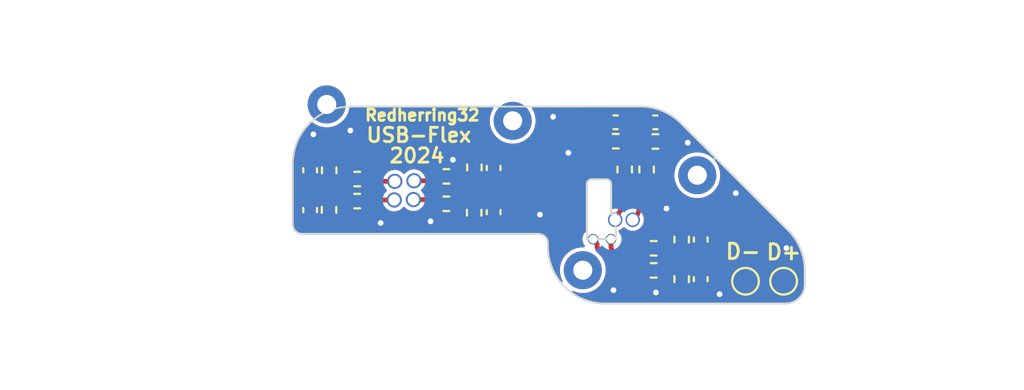
<source format=kicad_pcb>
(kicad_pcb (version 20240225) (generator "pcbnew") (generator_version "8.99")
  (layers (0 "F.Cu" signal) (31 "B.Cu" signal) (34 "B.Paste" user) (35 "F.Paste" user) (36 "B.SilkS" user "B.Silkscreen") (37 "F.SilkS" user "F.Silkscreen") (38 "B.Mask" user) (39 "F.Mask" user) (44 "Edge.Cuts" user))
  (net 0 "")
  (net 1 "/GND")
  (net 2 "/DPO1")
  (net 3 "/DMO1")
  (net 4 "Net-(C3-Pad1)")
  (net 5 "Net-(C4-Pad1)")
  (net 6 "Net-(C5-Pad1)")
  (net 7 "Net-(C6-Pad1)")
  (net 8 "Net-(C7-Pad1)")
  (net 9 "Net-(C8-Pad1)")
  (net 10 "/DPI1")
  (net 11 "/DMI1")
  (net 12 "/DPI2")
  (net 13 "/DMI2")
  (net 14 "/DPI3")
  (net 15 "/DMI3")
  (net 16 "/DPI4")
  (net 17 "/DMI4")
  (footprint "Resistor_SMD:R_0402_1005Metric" (layer "F.Cu") (at 121.2 83.98 90)
    (property "Reference" "R16" (hide yes))
    (property "Value" "15K")
    (fp_line (start -0.153641 -0.38) (end 0.153641 -0.38) (stroke (width 0.12)) (layer "F.SilkS"))
    (fp_line (start -0.153641 0.38) (end 0.153641 0.38) (stroke (width 0.12)) (layer "F.SilkS"))
    (pad "1" smd roundrect (at -0.51 0 90) (size 0.54 0.64) (layers "F.Cu" "F.Paste" "F.Mask") (net 9 "Net-(C8-Pad1)"))
    (pad "2" smd roundrect (at 0.51 0 90) (size 0.54 0.64) (layers "F.Cu" "F.Paste" "F.Mask") (net 1 "/GND"))
  )
  (footprint "Capacitor_SMD:C_0402_1005Metric" (layer "F.Cu") (at 112.58 86.22 -90)
    (property "Reference" "C5" (hide yes))
    (property "Value" "47pF")
    (fp_line (start -0.107836 0.36) (end 0.107836 0.36) (stroke (width 0.12)) (layer "F.SilkS"))
    (fp_line (start -0.107836 -0.36) (end 0.107836 -0.36) (stroke (width 0.12)) (layer "F.SilkS"))
    (pad "1" smd roundrect (at -0.48 0 270) (size 0.56 0.62) (layers "F.Cu" "F.Paste" "F.Mask") (net 6 "Net-(C5-Pad1)"))
    (pad "2" smd roundrect (at 0.48 0 270) (size 0.56 0.62) (layers "F.Cu" "F.Paste" "F.Mask") (net 1 "/GND"))
  )
  (footprint "Resistor_SMD:R_0402_1005Metric" (layer "F.Cu") (at 119.73 84.45)
    (property "Reference" "R15" (hide yes))
    (property "Value" "20R")
    (fp_line (start -0.153641 -0.38) (end 0.153641 -0.38) (stroke (width 0.12)) (layer "F.SilkS"))
    (fp_line (start -0.153641 0.38) (end 0.153641 0.38) (stroke (width 0.12)) (layer "F.SilkS"))
    (pad "1" smd roundrect (at -0.51 0) (size 0.54 0.64) (layers "F.Cu" "F.Paste" "F.Mask") (net 17 "/DMI4"))
    (pad "2" smd roundrect (at 0.51 0) (size 0.54 0.64) (layers "F.Cu" "F.Paste" "F.Mask") (net 9 "Net-(C8-Pad1)"))
  )
  (footprint "Resistor_SMD:R_0402_1005Metric" (layer "F.Cu") (at 130.7 82.615)
    (property "Reference" "R5" (hide yes))
    (property "Value" "15K")
    (fp_line (start -0.153641 -0.38) (end 0.153641 -0.38) (stroke (width 0.12)) (layer "F.SilkS"))
    (fp_line (start -0.153641 0.38) (end 0.153641 0.38) (stroke (width 0.12)) (layer "F.SilkS"))
    (pad "1" smd roundrect (at -0.51 0) (size 0.54 0.64) (layers "F.Cu" "F.Paste" "F.Mask") (net 4 "Net-(C3-Pad1)"))
    (pad "2" smd roundrect (at 0.51 0) (size 0.54 0.64) (layers "F.Cu" "F.Paste" "F.Mask") (net 1 "/GND"))
  )
  (footprint "Capacitor_SMD:C_0402_1005Metric" (layer "F.Cu") (at 122.21 84.01 90)
    (property "Reference" "C8" (hide yes))
    (property "Value" "47pF")
    (fp_line (start -0.107836 -0.36) (end 0.107836 -0.36) (stroke (width 0.12)) (layer "F.SilkS"))
    (fp_line (start -0.107836 0.36) (end 0.107836 0.36) (stroke (width 0.12)) (layer "F.SilkS"))
    (pad "1" smd roundrect (at -0.48 0 90) (size 0.56 0.62) (layers "F.Cu" "F.Paste" "F.Mask") (net 9 "Net-(C8-Pad1)"))
    (pad "2" smd roundrect (at 0.48 0 90) (size 0.56 0.62) (layers "F.Cu" "F.Paste" "F.Mask") (net 1 "/GND"))
  )
  (footprint "Resistor_SMD:R_0402_1005Metric" (layer "F.Cu") (at 113.57 86.21 -90)
    (property "Reference" "R9" (hide yes))
    (property "Value" "15K")
    (fp_line (start -0.153641 0.38) (end 0.153641 0.38) (stroke (width 0.12)) (layer "F.SilkS"))
    (fp_line (start -0.153641 -0.38) (end 0.153641 -0.38) (stroke (width 0.12)) (layer "F.SilkS"))
    (pad "1" smd roundrect (at -0.51 0 270) (size 0.54 0.64) (layers "F.Cu" "F.Paste" "F.Mask") (net 6 "Net-(C5-Pad1)"))
    (pad "2" smd roundrect (at 0.51 0 270) (size 0.54 0.64) (layers "F.Cu" "F.Paste" "F.Mask") (net 1 "/GND"))
  )
  (footprint "Capacitor_SMD:C_0402_1005Metric" (layer "F.Cu") (at 130.7 81.61)
    (property "Reference" "C3" (hide yes))
    (property "Value" "47pF")
    (fp_line (start -0.107836 -0.36) (end 0.107836 -0.36) (stroke (width 0.12)) (layer "F.SilkS"))
    (fp_line (start -0.107836 0.36) (end 0.107836 0.36) (stroke (width 0.12)) (layer "F.SilkS"))
    (pad "1" smd roundrect (at -0.48 0) (size 0.56 0.62) (layers "F.Cu" "F.Paste" "F.Mask") (net 4 "Net-(C3-Pad1)"))
    (pad "2" smd roundrect (at 0.48 0) (size 0.56 0.62) (layers "F.Cu" "F.Paste" "F.Mask") (net 1 "/GND"))
  )
  (footprint "Resistor_SMD:R_0402_1005Metric" (layer "F.Cu") (at 132.08 89.85 -90)
    (property "Reference" "R3" (hide yes))
    (property "Value" "15K")
    (fp_line (start -0.153641 0.38) (end 0.153641 0.38) (stroke (width 0.12)) (layer "F.SilkS"))
    (fp_line (start -0.153641 -0.38) (end 0.153641 -0.38) (stroke (width 0.12)) (layer "F.SilkS"))
    (pad "1" smd roundrect (at -0.51 0 270) (size 0.54 0.64) (layers "F.Cu" "F.Paste" "F.Mask") (net 3 "/DMO1"))
    (pad "2" smd roundrect (at 0.51 0 270) (size 0.54 0.64) (layers "F.Cu" "F.Paste" "F.Mask") (net 1 "/GND"))
  )
  (footprint "TestPoint:TestPoint_Loop_D1.80mm_Drill1.0mm_Beaded" (layer "F.Cu") (at 132.9 84.39)
    (property "Reference" "REF**" (hide yes))
    (property "Value" "TestPoint_Loop_D1.80mm_Drill1.0mm_Beaded")
    (pad "1" thru_hole circle (at 0 0) (size 2 2) (drill 1) (layers "*.Cu" "F.Mask"))
  )
  (footprint "Resistor_SMD:R_0402_1005Metric" (layer "F.Cu") (at 132.08 87.77 90)
    (property "Reference" "R4" (hide yes))
    (property "Value" "15K")
    (fp_line (start -0.153641 -0.38) (end 0.153641 -0.38) (stroke (width 0.12)) (layer "F.SilkS"))
    (fp_line (start -0.153641 0.38) (end 0.153641 0.38) (stroke (width 0.12)) (layer "F.SilkS"))
    (pad "1" smd roundrect (at -0.51 0 90) (size 0.54 0.64) (layers "F.Cu" "F.Paste" "F.Mask") (net 2 "/DPO1"))
    (pad "2" smd roundrect (at 0.51 0 90) (size 0.54 0.64) (layers "F.Cu" "F.Paste" "F.Mask") (net 1 "/GND"))
  )
  (footprint "Capacitor_SMD:C_0402_1005Metric" (layer "F.Cu") (at 112.58 84.13 90)
    (property "Reference" "C6" (hide yes))
    (property "Value" "47pF")
    (fp_line (start -0.107836 -0.36) (end 0.107836 -0.36) (stroke (width 0.12)) (layer "F.SilkS"))
    (fp_line (start -0.107836 0.36) (end 0.107836 0.36) (stroke (width 0.12)) (layer "F.SilkS"))
    (pad "1" smd roundrect (at -0.48 0 90) (size 0.56 0.62) (layers "F.Cu" "F.Paste" "F.Mask") (net 7 "Net-(C6-Pad1)"))
    (pad "2" smd roundrect (at 0.48 0 90) (size 0.56 0.62) (layers "F.Cu" "F.Paste" "F.Mask") (net 1 "/GND"))
  )
  (footprint "Resistor_SMD:R_0402_1005Metric" (layer "F.Cu") (at 115.05 85.75 180)
    (property "Reference" "R10" (hide yes))
    (property "Value" "20R")
    (fp_line (start -0.153641 0.38) (end 0.153641 0.38) (stroke (width 0.12)) (layer "F.SilkS"))
    (fp_line (start -0.153641 -0.38) (end 0.153641 -0.38) (stroke (width 0.12)) (layer "F.SilkS"))
    (pad "1" smd roundrect (at -0.51 0 180) (size 0.54 0.64) (layers "F.Cu" "F.Paste" "F.Mask") (net 14 "/DPI3"))
    (pad "2" smd roundrect (at 0.51 0 180) (size 0.54 0.64) (layers "F.Cu" "F.Paste" "F.Mask") (net 6 "Net-(C5-Pad1)"))
  )
  (footprint "Resistor_SMD:R_0402_1005Metric" (layer "F.Cu") (at 128.62 82.6 180)
    (property "Reference" "R8" (hide yes))
    (property "Value" "15K")
    (fp_line (start -0.153641 0.38) (end 0.153641 0.38) (stroke (width 0.12)) (layer "F.SilkS"))
    (fp_line (start -0.153641 -0.38) (end 0.153641 -0.38) (stroke (width 0.12)) (layer "F.SilkS"))
    (pad "1" smd roundrect (at -0.51 0 180) (size 0.54 0.64) (layers "F.Cu" "F.Paste" "F.Mask") (net 5 "Net-(C4-Pad1)"))
    (pad "2" smd roundrect (at 0.51 0 180) (size 0.54 0.64) (layers "F.Cu" "F.Paste" "F.Mask") (net 1 "/GND"))
  )
  (footprint "Capacitor_SMD:C_0402_1005Metric" (layer "F.Cu") (at 133.08 89.85 -90)
    (property "Reference" "C2" (hide yes))
    (property "Value" "47pF")
    (fp_line (start -0.107836 0.36) (end 0.107836 0.36) (stroke (width 0.12)) (layer "F.SilkS"))
    (fp_line (start -0.107836 -0.36) (end 0.107836 -0.36) (stroke (width 0.12)) (layer "F.SilkS"))
    (pad "1" smd roundrect (at -0.48 0 270) (size 0.56 0.62) (layers "F.Cu" "F.Paste" "F.Mask") (net 3 "/DMO1"))
    (pad "2" smd roundrect (at 0.48 0 270) (size 0.56 0.62) (layers "F.Cu" "F.Paste" "F.Mask") (net 1 "/GND"))
  )
  (footprint "Resistor_SMD:R_0402_1005Metric" (layer "F.Cu") (at 121.19 86.36 -90)
    (property "Reference" "R13" (hide yes))
    (property "Value" "15K")
    (fp_line (start -0.153641 0.38) (end 0.153641 0.38) (stroke (width 0.12)) (layer "F.SilkS"))
    (fp_line (start -0.153641 -0.38) (end 0.153641 -0.38) (stroke (width 0.12)) (layer "F.SilkS"))
    (pad "1" smd roundrect (at -0.51 0 270) (size 0.54 0.64) (layers "F.Cu" "F.Paste" "F.Mask") (net 8 "Net-(C7-Pad1)"))
    (pad "2" smd roundrect (at 0.51 0 270) (size 0.54 0.64) (layers "F.Cu" "F.Paste" "F.Mask") (net 1 "/GND"))
  )
  (footprint "Resistor_SMD:R_0402_1005Metric" (layer "F.Cu") (at 113.58 84.13 90)
    (property "Reference" "R12" (hide yes))
    (property "Value" "15K")
    (fp_line (start -0.153641 -0.38) (end 0.153641 -0.38) (stroke (width 0.12)) (layer "F.SilkS"))
    (fp_line (start -0.153641 0.38) (end 0.153641 0.38) (stroke (width 0.12)) (layer "F.SilkS"))
    (pad "1" smd roundrect (at -0.51 0 90) (size 0.54 0.64) (layers "F.Cu" "F.Paste" "F.Mask") (net 7 "Net-(C6-Pad1)"))
    (pad "2" smd roundrect (at 0.51 0 90) (size 0.54 0.64) (layers "F.Cu" "F.Paste" "F.Mask") (net 1 "/GND"))
  )
  (footprint "Capacitor_SMD:C_0402_1005Metric" (layer "F.Cu") (at 122.21 86.33 -90)
    (property "Reference" "C7" (hide yes))
    (property "Value" "47pF")
    (fp_line (start -0.107836 0.36) (end 0.107836 0.36) (stroke (width 0.12)) (layer "F.SilkS"))
    (fp_line (start -0.107836 -0.36) (end 0.107836 -0.36) (stroke (width 0.12)) (layer "F.SilkS"))
    (pad "1" smd roundrect (at -0.48 0 270) (size 0.56 0.62) (layers "F.Cu" "F.Paste" "F.Mask") (net 8 "Net-(C7-Pad1)"))
    (pad "2" smd roundrect (at 0.48 0 270) (size 0.56 0.62) (layers "F.Cu" "F.Paste" "F.Mask") (net 1 "/GND"))
  )
  (footprint "TestPoint:TestPoint_Loop_D1.80mm_Drill1.0mm_Beaded" (layer "F.Cu") (at 113.45 80.67)
    (property "Reference" "REF**" (hide yes))
    (property "Value" "TestPoint_Loop_D1.80mm_Drill1.0mm_Beaded")
    (pad "1" thru_hole circle (at 0 0) (size 2 2) (drill 1) (layers "*.Cu" "F.Mask"))
  )
  (footprint "TestPoint:TestPoint_Pad_D1.0mm" (layer "F.Cu") (at 135.43 89.96)
    (property "Reference" "TP2" (hide yes))
    (property "Value" "D-" (at -0.13 -1.56 0) (layer "F.SilkS") (effects (font (size 0.8 0.8))))
    (fp_circle (center 0 0) (end 0 0.7) (stroke (width 0.12)) (fill none) (layer "F.SilkS"))
    (pad "1" smd circle (at 0 0) (size 1 1) (layers "F.Cu" "F.Mask") (net 3 "/DMO1"))
  )
  (footprint "Resistor_SMD:R_0402_1005Metric" (layer "F.Cu") (at 130.61 89.39)
    (property "Reference" "R2" (hide yes))
    (property "Value" "20R")
    (fp_line (start -0.153641 -0.38) (end 0.153641 -0.38) (stroke (width 0.12)) (layer "F.SilkS"))
    (fp_line (start -0.153641 0.38) (end 0.153641 0.38) (stroke (width 0.12)) (layer "F.SilkS"))
    (pad "1" smd roundrect (at -0.51 0) (size 0.54 0.64) (layers "F.Cu" "F.Paste" "F.Mask") (net 11 "/DMI1"))
    (pad "2" smd roundrect (at 0.51 0) (size 0.54 0.64) (layers "F.Cu" "F.Paste" "F.Mask") (net 3 "/DMO1"))
  )
  (footprint "Resistor_SMD:R_0402_1005Metric" (layer "F.Cu") (at 130.24 84.09 90)
    (property "Reference" "R6" (hide yes))
    (property "Value" "20R")
    (fp_line (start -0.153641 -0.38) (end 0.153641 -0.38) (stroke (width 0.12)) (layer "F.SilkS"))
    (fp_line (start -0.153641 0.38) (end 0.153641 0.38) (stroke (width 0.12)) (layer "F.SilkS"))
    (pad "1" smd roundrect (at -0.51 0 90) (size 0.54 0.64) (layers "F.Cu" "F.Paste" "F.Mask") (net 12 "/DPI2"))
    (pad "2" smd roundrect (at 0.51 0 90) (size 0.54 0.64) (layers "F.Cu" "F.Paste" "F.Mask") (net 4 "Net-(C3-Pad1)"))
  )
  (footprint "Resistor_SMD:R_0402_1005Metric" (layer "F.Cu") (at 129.09 84.09 90)
    (property "Reference" "R7" (hide yes))
    (property "Value" "20R")
    (fp_line (start -0.153641 -0.38) (end 0.153641 -0.38) (stroke (width 0.12)) (layer "F.SilkS"))
    (fp_line (start -0.153641 0.38) (end 0.153641 0.38) (stroke (width 0.12)) (layer "F.SilkS"))
    (pad "1" smd roundrect (at -0.51 0 90) (size 0.54 0.64) (layers "F.Cu" "F.Paste" "F.Mask") (net 13 "/DMI2"))
    (pad "2" smd roundrect (at 0.51 0 90) (size 0.54 0.64) (layers "F.Cu" "F.Paste" "F.Mask") (net 5 "Net-(C4-Pad1)"))
  )
  (footprint "Resistor_SMD:R_0402_1005Metric" (layer "F.Cu") (at 130.61 88.23)
    (property "Reference" "R1" (hide yes))
    (property "Value" "20R")
    (fp_line (start -0.153641 -0.38) (end 0.153641 -0.38) (stroke (width 0.12)) (layer "F.SilkS"))
    (fp_line (start -0.153641 0.38) (end 0.153641 0.38) (stroke (width 0.12)) (layer "F.SilkS"))
    (pad "1" smd roundrect (at -0.51 0) (size 0.54 0.64) (layers "F.Cu" "F.Paste" "F.Mask") (net 10 "/DPI1"))
    (pad "2" smd roundrect (at 0.51 0) (size 0.54 0.64) (layers "F.Cu" "F.Paste" "F.Mask") (net 2 "/DPO1"))
  )
  (footprint "Capacitor_SMD:C_0402_1005Metric" (layer "F.Cu") (at 133.08 87.77 90)
    (property "Reference" "C1" (hide yes))
    (property "Value" "47pF")
    (fp_line (start -0.107836 -0.36) (end 0.107836 -0.36) (stroke (width 0.12)) (layer "F.SilkS"))
    (fp_line (start -0.107836 0.36) (end 0.107836 0.36) (stroke (width 0.12)) (layer "F.SilkS"))
    (pad "1" smd roundrect (at -0.48 0 90) (size 0.56 0.62) (layers "F.Cu" "F.Paste" "F.Mask") (net 2 "/DPO1"))
    (pad "2" smd roundrect (at 0.48 0 90) (size 0.56 0.62) (layers "F.Cu" "F.Paste" "F.Mask") (net 1 "/GND"))
  )
  (footprint "TestPoint:TestPoint_Loop_D1.80mm_Drill1.0mm_Beaded" (layer "F.Cu") (at 123.21 81.53)
    (property "Reference" "REF**" (hide yes))
    (property "Value" "TestPoint_Loop_D1.80mm_Drill1.0mm_Beaded")
    (pad "1" thru_hole circle (at 0 0) (size 2 2) (drill 1) (layers "*.Cu" "F.Mask"))
  )
  (footprint "Resistor_SMD:R_0402_1005Metric" (layer "F.Cu") (at 115.05 84.59 180)
    (property "Reference" "R11" (hide yes))
    (property "Value" "20R")
    (fp_line (start -0.153641 0.38) (end 0.153641 0.38) (stroke (width 0.12)) (layer "F.SilkS"))
    (fp_line (start -0.153641 -0.38) (end 0.153641 -0.38) (stroke (width 0.12)) (layer "F.SilkS"))
    (pad "1" smd roundrect (at -0.51 0 180) (size 0.54 0.64) (layers "F.Cu" "F.Paste" "F.Mask") (net 15 "/DMI3"))
    (pad "2" smd roundrect (at 0.51 0 180) (size 0.54 0.64) (layers "F.Cu" "F.Paste" "F.Mask") (net 7 "Net-(C6-Pad1)"))
  )
  (footprint "TestPoint:TestPoint_Loop_D1.80mm_Drill1.0mm_Beaded" (layer "F.Cu") (at 126.89 89.38)
    (property "Reference" "REF**" (hide yes))
    (property "Value" "TestPoint_Loop_D1.80mm_Drill1.0mm_Beaded")
    (pad "1" thru_hole circle (at 0 0) (size 2 2) (drill 1) (layers "*.Cu" "F.Mask"))
  )
  (footprint "TestPoint:TestPoint_Pad_D1.0mm" (layer "F.Cu") (at 137.43 89.96)
    (property "Reference" "TP1" (hide yes))
    (property "Value" "D+" (at 0.01 -1.53 0) (layer "F.SilkS") (effects (font (size 0.8 0.8))))
    (fp_circle (center 0 0) (end 0 0.7) (stroke (width 0.12)) (fill none) (layer "F.SilkS"))
    (pad "1" smd circle (at 0 0) (size 1 1) (layers "F.Cu" "F.Mask") (net 2 "/DPO1"))
  )
  (footprint "Resistor_SMD:R_0402_1005Metric" (layer "F.Cu") (at 119.73 85.89)
    (property "Reference" "R14" (hide yes))
    (property "Value" "20R")
    (fp_line (start -0.153641 -0.38) (end 0.153641 -0.38) (stroke (width 0.12)) (layer "F.SilkS"))
    (fp_line (start -0.153641 0.38) (end 0.153641 0.38) (stroke (width 0.12)) (layer "F.SilkS"))
    (pad "1" smd roundrect (at -0.51 0) (size 0.54 0.64) (layers "F.Cu" "F.Paste" "F.Mask") (net 16 "/DPI4"))
    (pad "2" smd roundrect (at 0.51 0) (size 0.54 0.64) (layers "F.Cu" "F.Paste" "F.Mask") (net 8 "Net-(C7-Pad1)"))
  )
  (footprint "Capacitor_SMD:C_0402_1005Metric" (layer "F.Cu") (at 128.61 81.605 180)
    (property "Reference" "C4" (hide yes))
    (property "Value" "47pF")
    (fp_line (start -0.107836 0.36) (end 0.107836 0.36) (stroke (width 0.12)) (layer "F.SilkS"))
    (fp_line (start -0.107836 -0.36) (end 0.107836 -0.36) (stroke (width 0.12)) (layer "F.SilkS"))
    (pad "1" smd roundrect (at -0.48 0 180) (size 0.56 0.62) (layers "F.Cu" "F.Paste" "F.Mask") (net 5 "Net-(C4-Pad1)"))
    (pad "2" smd roundrect (at 0.48 0 180) (size 0.56 0.62) (layers "F.Cu" "F.Paste" "F.Mask") (net 1 "/GND"))
  )
  (footprint "USB-Termination:Vias" (layer "B.Cu") (at 117.23 85.53 180)
    (property "Reference" "J1" (hide yes))
    (property "Value" "Conn_01x08_Pin")
    (pad "1" thru_hole circle (at -11.14 -2.22 180) (size 0.55 0.55) (drill 0.45) (layers "*.Cu" "*.Mask") (net 10 "/DPI1"))
    (pad "2" thru_hole circle (at -10.2 -2.22 180) (size 0.55 0.55) (drill 0.45) (layers "*.Cu" "*.Mask") (net 11 "/DMI1"))
    (pad "3" thru_hole circle (at -12.28 -1.2 180) (size 0.76 0.76) (drill 0.6) (layers "*.Cu" "*.Mask") (net 12 "/DPI2"))
    (pad "4" thru_hole circle (at -11.36 -1.2 180) (size 0.76 0.76) (drill 0.6) (layers "*.Cu" "*.Mask") (net 13 "/DMI2"))
    (pad "5" thru_hole circle (at 0.24 -0.16 180) (size 0.8 0.8) (drill 0.6) (layers "*.Cu" "*.Mask") (net 14 "/DPI3"))
    (pad "6" thru_hole circle (at 0.21 0.82 180) (size 0.8 0.8) (drill 0.6) (layers "*.Cu" "*.Mask") (net 15 "/DMI3"))
    (pad "7" thru_hole circle (at -0.77 -0.14 180) (size 0.8 0.8) (drill 0.6) (layers "*.Cu" "*.Mask") (net 16 "/DPI4"))
    (pad "8" thru_hole circle (at -0.8 0.85 180) (size 0.8 0.8) (drill 0.6) (layers "*.Cu" "*.Mask") (net 17 "/DMI4"))
  )
  (gr_arc (start 128.06 91.13) (mid 125.93868 90.25132) (end 125.06 88.13) (stroke (width 0.1)) (layer "Edge.Cuts"))
  (gr_line (start 127.1 87.74) (end 127.1 84.85) (stroke (width 0.1)) (layer "Edge.Cuts"))
  (gr_arc (start 128.13 84.6) (mid 128.306777 84.673223) (end 128.38 84.85) (stroke (width 0.1)) (layer "Edge.Cuts"))
  (gr_line (start 128.62 87.74) (end 127.1 87.74) (stroke (width 0.1)) (layer "Edge.Cuts"))
  (gr_line (start 127.35 84.6) (end 128.13 84.6) (stroke (width 0.1)) (layer "Edge.Cuts"))
  (gr_line (start 138.54 89.402641) (end 138.54 90.13) (stroke (width 0.1)) (layer "Edge.Cuts"))
  (gr_arc (start 112.17 87.47) (mid 111.816447 87.323553) (end 111.67 86.97) (stroke (width 0.1)) (layer "Edge.Cuts"))
  (gr_line (start 128.06 91.13) (end 137.54 91.13) (stroke (width 0.1)) (layer "Edge.Cuts"))
  (gr_arc (start 137.66132 87.28132) (mid 138.311625 88.254593) (end 138.54 89.402641) (stroke (width 0.1)) (layer "Edge.Cuts"))
  (gr_arc (start 129.916961 80.780282) (mid 131.065377 81.008513) (end 132.038961 81.658961) (stroke (width 0.1)) (layer "Edge.Cuts"))
  (gr_line (start 112.17 87.47) (end 124.56 87.47) (stroke (width 0.1)) (layer "Edge.Cuts"))
  (gr_arc (start 127.1 84.85) (mid 127.173223 84.673223) (end 127.35 84.6) (stroke (width 0.1)) (layer "Edge.Cuts"))
  (gr_line (start 128.38 84.85) (end 128.38 86.43) (stroke (width 0.1)) (layer "Edge.Cuts"))
  (gr_line (start 125.06 87.97) (end 125.06 88.13) (stroke (width 0.1)) (layer "Edge.Cuts"))
  (gr_arc (start 124.56 87.47) (mid 124.913553 87.616447) (end 125.06 87.97) (stroke (width 0.1)) (layer "Edge.Cuts"))
  (gr_line (start 128.62 87.74) (end 128.62 86.43) (stroke (width 0.1)) (layer "Edge.Cuts"))
  (gr_arc (start 111.67 83.783737) (mid 112.548439 81.662657) (end 114.66932 80.783737) (stroke (width 0.1)) (layer "Edge.Cuts"))
  (gr_line (start 128.62 86.43) (end 128.38 86.43) (stroke (width 0.1)) (layer "Edge.Cuts"))
  (gr_line (start 114.66932 80.783737) (end 129.916961 80.780282) (stroke (width 0.1)) (layer "Edge.Cuts"))
  (gr_line (start 137.66132 87.28132) (end 132.038961 81.658961) (stroke (width 0.1)) (layer "Edge.Cuts"))
  (gr_arc (start 138.54 90.13) (mid 138.247107 90.837107) (end 137.54 91.13) (stroke (width 0.1)) (layer "Edge.Cuts"))
  (gr_line (start 111.67 83.783737) (end 111.67 86.97) (stroke (width 0.1)) (layer "Edge.Cuts"))
  (gr_text "Redherring32" (at 115.383535 81.585035 0) (layer "F.SilkS") (effects (font (size 0.6 0.6)) (justify left bottom)))
  (gr_text "USB-Flex" (at 115.45 82.72 0) (layer "F.SilkS") (effects (font (size 0.75 0.75)) (justify left bottom)))
  (gr_text "2024" (at 116.66 83.8 0) (layer "F.SilkS") (effects (font (size 0.75 0.75)) (justify left bottom)))
  (via (at 128.5 90.43) (size 0.55) (drill 0.3) (layers "F.Cu" "B.Cu") (net 1))
  (via (at 125.33 81.32) (size 0.55) (drill 0.3) (layers "F.Cu" "B.Cu") (net 1))
  (via (at 130.73 90.55) (size 0.55) (drill 0.3) (layers "F.Cu" "B.Cu") (net 1))
  (via (at 131.28 86.14) (size 0.55) (drill 0.3) (layers "F.Cu" "B.Cu") (net 1))
  (via (at 112.75 82.24) (size 0.55) (drill 0.3) (layers "F.Cu" "B.Cu") (net 1))
  (via (at 132.4 82.68) (size 0.55) (drill 0.3) (layers "F.Cu" "B.Cu") (net 1))
  (via (at 116.28 86.9) (size 0.55) (drill 0.3) (layers "F.Cu" "B.Cu") (net 1))
  (via (at 126.13 83.21) (size 0.55) (drill 0.3) (layers "F.Cu" "B.Cu") (net 1))
  (via (at 114.69 82.04) (size 0.55) (drill 0.3) (layers "F.Cu" "B.Cu") (net 1))
  (via (at 124.64 86.46) (size 0.55) (drill 0.3) (layers "F.Cu" "B.Cu") (net 1))
  (via (at 137.58 88.22) (size 0.55) (drill 0.3) (layers "F.Cu" "B.Cu") (net 1))
  (via (at 134.07 90.64) (size 0.55) (drill 0.3) (layers "F.Cu" "B.Cu") (net 1))
  (via (at 118.9 86.81) (size 0.55) (drill 0.3) (layers "F.Cu" "B.Cu") (net 1))
  (via (at 134.92 85.33) (size 0.55) (drill 0.3) (layers "F.Cu" "B.Cu") (net 1))
  (via (at 120.07 83.58) (size 0.55) (drill 0.3) (layers "F.Cu" "B.Cu") (net 1))
  (segment (start 137.385 89.96) (end 137.43 89.96) (width 0.25) (layer "F.Cu") (net 2))
  (segment (start 132.115355 88.28) (end 133.028786 88.28) (width 0.25) (layer "F.Cu") (net 2))
  (segment (start 136.31 88.34) (end 136.431403 88.461403) (width 0.25) (layer "F.Cu") (net 2))
  (segment (start 131.994644 88.23) (end 131.12 88.23) (width 0.25) (layer "F.Cu") (net 2))
  (segment (start 133.755 88.58) (end 133.643345 88.58) (width 0.25) (layer "F.Cu") (net 2))
  (segment (start 133.245 88.415) (end 133.095 88.265) (width 0.25) (layer "F.Cu") (net 2))
  (segment (start 135.513309 88.01) (end 135.07305 88.01) (width 0.25) (layer "F.Cu") (net 2))
  (segment (start 134.343951 88.336048) (end 134.385 88.295) (width 0.25) (layer "F.Cu") (net 2))
  (segment (start 137.30818 89.92818) (end 136.848596 89.468596) (width 0.25) (layer "F.Cu") (net 2))
  (arc (start 133.095 88.265) (mid 133.08 88.258786) (end 133.065 88.265) (width 0.25) (layer "F.Cu") (net 2))
  (arc (start 132.055 88.255) (mid 132.027308 88.236497) (end 131.994644 88.23) (width 0.25) (layer "F.Cu") (net 2))
  (arc (start 136.431403 88.461403) (mid 136.585787 88.692455) (end 136.64 88.965) (width 0.25) (layer "F.Cu") (net 2))
  (arc (start 134.343951 88.336048) (mid 134.073738 88.516598) (end 133.755 88.58) (width 0.25) (layer "F.Cu") (net 2))
  (arc (start 136.31 88.34) (mid 135.944475 88.095764) (end 135.513309 88.01) (width 0.25) (layer "F.Cu") (net 2))
  (arc (start 132.055 88.255) (mid 132.082691 88.273502) (end 132.115355 88.28) (width 0.25) (layer "F.Cu") (net 2))
  (arc (start 135.07305 88.01) (mid 134.70068 88.084069) (end 134.385 88.295) (width 0.25) (layer "F.Cu") (net 2))
  (arc (start 133.245 88.415) (mid 133.427762 88.537117) (end 133.643345 88.58) (width 0.25) (layer "F.Cu") (net 2))
  (arc (start 136.64 88.965) (mid 136.694212 89.237544) (end 136.848596 89.468596) (width 0.25) (layer "F.Cu") (net 2))
  (arc (start 137.30818 89.92818) (mid 137.343425 89.95173) (end 137.385 89.96) (width 0.25) (layer "F.Cu") (net 2))
  (arc (start 133.065 88.265) (mid 133.048385 88.276101) (end 133.028786 88.28) (width 0.25) (layer "F.Cu") (net 2))
  (segment (start 133.245 89.205) (end 133.095 89.355) (width 0.25) (layer "F.Cu") (net 3))
  (segment (start 135.991802 88.658198) (end 136.029626 88.696022) (width 0.25) (layer "F.Cu") (net 3))
  (segment (start 135.513309 88.46) (end 135.266517 88.46) (width 0.25) (layer "F.Cu") (net 3))
  (segment (start 131.994644 89.39) (end 131.12 89.39) (width 0.25) (layer "F.Cu") (net 3))
  (segment (start 133.643345 89.04) (end 133.866274 89.04) (width 0.25) (layer "F.Cu") (net 3))
  (segment (start 136.029626 89.470373) (end 135.57889 89.921109) (width 0.25) (layer "F.Cu") (net 3))
  (segment (start 132.115355 89.34) (end 133.028786 89.34) (width 0.25) (layer "F.Cu") (net 3))
  (segment (start 135.485 89.96) (end 135.43 89.96) (width 0.25) (layer "F.Cu") (net 3))
  (arc (start 136.029626 88.696022) (mid 136.14832 88.87366) (end 136.19 89.083198) (width 0.25) (layer "F.Cu") (net 3))
  (arc (start 133.065 89.355) (mid 133.08 89.361213) (end 133.095 89.355) (width 0.25) (layer "F.Cu") (net 3))
  (arc (start 136.19 89.083198) (mid 136.14832 89.292735) (end 136.029626 89.470373) (width 0.25) (layer "F.Cu") (net 3))
  (arc (start 132.055 89.365) (mid 132.027308 89.383502) (end 131.994644 89.39) (width 0.25) (layer "F.Cu") (net 3))
  (arc (start 132.115355 89.34) (mid 132.082691 89.346497) (end 132.055 89.365) (width 0.25) (layer "F.Cu") (net 3))
  (arc (start 133.065 89.355) (mid 133.048385 89.343898) (end 133.028786 89.34) (width 0.25) (layer "F.Cu") (net 3))
  (arc (start 134.566396 88.75) (mid 134.245177 88.964631) (end 133.866274 89.04) (width 0.25) (layer "F.Cu") (net 3))
  (arc (start 135.991802 88.658198) (mid 135.772267 88.511509) (end 135.513309 88.46) (width 0.25) (layer "F.Cu") (net 3))
  (arc (start 133.643345 89.04) (mid 133.427762 89.082882) (end 133.245 89.205) (width 0.25) (layer "F.Cu") (net 3))
  (arc (start 135.57889 89.921109) (mid 135.535813 89.949892) (end 135.485 89.96) (width 0.25) (layer "F.Cu") (net 3))
  (arc (start 135.266517 88.46) (mid 134.887614 88.535368) (end 134.566396 88.75) (width 0.25) (layer "F.Cu") (net 3))
  (segment (start 130.215 83.555) (end 130.24 83.58) (width 0.25) (layer "F.Cu") (net 4))
  (segment (start 130.205 81.625) (end 130.22 81.61) (width 0.25) (layer "F.Cu") (net 4))
  (segment (start 130.19 81.661213) (end 130.19 82.615) (width 0.25) (layer "F.Cu") (net 4))
  (segment (start 130.19 83.494644) (end 130.19 82.615) (width 0.25) (layer "F.Cu") (net 4))
  (arc (start 130.19 83.494644) (mid 130.196497 83.527308) (end 130.215 83.555) (width 0.25) (layer "F.Cu") (net 4))
  (arc (start 130.205 81.625) (mid 130.193898 81.641614) (end 130.19 81.661213) (width 0.25) (layer "F.Cu") (net 4))
  (segment (start 129.09 82.668284) (end 129.09 83.58) (width 0.25) (layer "F.Cu") (net 5))
  (segment (start 129.13 82.571715) (end 129.13 81.673284) (width 0.25) (layer "F.Cu") (net 5))
  (segment (start 129.11 81.625) (end 129.09 81.605) (width 0.25) (layer "F.Cu") (net 5))
  (arc (start 129.11 81.625) (mid 129.124802 81.647152) (end 129.13 81.673284) (width 0.25) (layer "F.Cu") (net 5))
  (arc (start 129.13 82.571715) (mid 129.124802 82.597846) (end 129.11 82.62) (width 0.25) (layer "F.Cu") (net 5))
  (arc (start 129.11 82.62) (mid 129.095197 82.642152) (end 129.09 82.668284) (width 0.25) (layer "F.Cu") (net 5))
  (segment (start 112.6 85.72) (end 112.58 85.74) (width 0.25) (layer "F.Cu") (net 6))
  (segment (start 113.534644 85.7) (end 112.648284 85.7) (width 0.25) (layer "F.Cu") (net 6))
  (segment (start 113.655355 85.75) (end 114.54 85.75) (width 0.25) (layer "F.Cu") (net 6))
  (arc (start 113.595 85.725) (mid 113.567308 85.706497) (end 113.534644 85.7) (width 0.25) (layer "F.Cu") (net 6))
  (arc (start 112.648284 85.7) (mid 112.622152 85.705197) (end 112.6 85.72) (width 0.25) (layer "F.Cu") (net 6))
  (arc (start 113.595 85.725) (mid 113.622691 85.743502) (end 113.655355 85.75) (width 0.25) (layer "F.Cu") (net 6))
  (segment (start 112.595 84.625) (end 112.58 84.61) (width 0.25) (layer "F.Cu") (net 7))
  (segment (start 113.665355 84.59) (end 114.54 84.59) (width 0.25) (layer "F.Cu") (net 7))
  (segment (start 113.544644 84.64) (end 112.631213 84.64) (width 0.25) (layer "F.Cu") (net 7))
  (arc (start 112.595 84.625) (mid 112.611614 84.636101) (end 112.631213 84.64) (width 0.25) (layer "F.Cu") (net 7))
  (arc (start 113.605 84.615) (mid 113.577308 84.633502) (end 113.544644 84.64) (width 0.25) (layer "F.Cu") (net 7))
  (arc (start 113.665355 84.59) (mid 113.632691 84.596497) (end 113.605 84.615) (width 0.25) (layer "F.Cu") (net 7))
  (segment (start 121.121715 85.89) (end 120.24 85.89) (width 0.25) (layer "F.Cu") (net 8))
  (segment (start 121.218284 85.85) (end 122.21 85.85) (width 0.25) (layer "F.Cu") (net 8))
  (arc (start 121.17 85.87) (mid 121.147846 85.884802) (end 121.121715 85.89) (width 0.25) (layer "F.Cu") (net 8))
  (arc (start 121.218284 85.85) (mid 121.192152 85.855197) (end 121.17 85.87) (width 0.25) (layer "F.Cu") (net 8))
  (segment (start 121.131715 84.45) (end 120.24 84.45) (width 0.25) (layer "F.Cu") (net 9))
  (segment (start 121.228284 84.49) (end 122.21 84.49) (width 0.25) (layer "F.Cu") (net 9))
  (arc (start 121.18 84.47) (mid 121.157846 84.455197) (end 121.131715 84.45) (width 0.25) (layer "F.Cu") (net 9))
  (arc (start 121.18 84.47) (mid 121.202152 84.484802) (end 121.228284 84.49) (width 0.25) (layer "F.Cu") (net 9))
  (segment (start 128.37 88.104939) (end 128.37 87.865) (width 0.25) (layer "F.Cu") (net 10))
  (segment (start 129.915 88.415) (end 130.1 88.23) (width 0.25) (layer "F.Cu") (net 10))
  (segment (start 129.46837 88.6) (end 128.86506 88.6) (width 0.25) (layer "F.Cu") (net 10))
  (arc (start 129.915 88.415) (mid 129.710084 88.55192) (end 129.46837 88.6) (width 0.25) (layer "F.Cu") (net 10))
  (arc (start 128.515 88.455) (mid 128.675609 88.562315) (end 128.86506 88.6) (width 0.25) (layer "F.Cu") (net 10))
  (arc (start 128.37 88.104939) (mid 128.407684 88.29439) (end 128.515 88.455) (width 0.25) (layer "F.Cu") (net 10))
  (segment (start 128.09 88.72) (end 127.749601 88.379601) (width 0.25) (layer "F.Cu") (net 11))
  (segment (start 127.5925 87.9125) (end 127.585658 87.905658) (width 0.25) (layer "F.Cu") (net 11))
  (segment (start 129.176396 89.17) (end 129.724436 89.17) (width 0.25) (layer "F.Cu") (net 11))
  (segment (start 127.4875 87.865) (end 127.43 87.865) (width 0.25) (layer "F.Cu") (net 11))
  (segment (start 127.64 88.027175) (end 127.64 88.115) (width 0.25) (layer "F.Cu") (net 11))
  (segment (start 129.99 89.28) (end 130.1 89.39) (width 0.25) (layer "F.Cu") (net 11))
  (arc (start 128.09 88.72) (mid 128.588442 89.053048) (end 129.176396 89.17) (width 0.25) (layer "F.Cu") (net 11))
  (arc (start 129.99 89.28) (mid 129.868158 89.198588) (end 129.724436 89.17) (width 0.25) (layer "F.Cu") (net 11))
  (arc (start 127.5925 87.9125) (mid 127.627655 87.965113) (end 127.64 88.027175) (width 0.25) (layer "F.Cu") (net 11))
  (arc (start 127.64 88.115) (mid 127.668484 88.258201) (end 127.749601 88.379601) (width 0.25) (layer "F.Cu") (net 11))
  (arc (start 127.585658 87.905658) (mid 127.540622 87.875566) (end 127.4875 87.865) (width 0.25) (layer "F.Cu") (net 11))
  (segment (start 129.67 86.57) (end 129.51 86.73) (width 0.25) (layer "F.Cu") (net 12))
  (segment (start 129.83 85.299913) (end 129.83 86.183725) (width 0.25) (layer "F.Cu") (net 12))
  (segment (start 130.035 84.805) (end 130.24 84.6) (width 0.25) (layer "F.Cu") (net 12))
  (arc (start 130.035 84.805) (mid 129.883277 85.032068) (end 129.83 85.299913) (width 0.25) (layer "F.Cu") (net 12))
  (arc (start 129.83 86.183725) (mid 129.788417 86.392775) (end 129.67 86.57) (width 0.25) (layer "F.Cu") (net 12))
  (segment (start 128.870511 86.249488) (end 129.045502 86.074497) (width 0.25) (layer "F.Cu") (net 13))
  (segment (start 129.235 84.745) (end 129.09 84.6) (width 0.25) (layer "F.Cu") (net 13))
  (segment (start 129.284497 85.975502) (end 129.3075 85.9525) (width 0.25) (layer "F.Cu") (net 13))
  (segment (start 128.745 86.5525) (end 128.745 86.73) (width 0.25) (layer "F.Cu") (net 13))
  (segment (start 129.38 85.09506) (end 129.38 85.777469) (width 0.25) (layer "F.Cu") (net 13))
  (arc (start 129.165 86.025) (mid 129.100328 86.037863) (end 129.045502 86.074497) (width 0.25) (layer "F.Cu") (net 13))
  (arc (start 128.870511 86.249488) (mid 128.777619 86.388511) (end 128.745 86.5525) (width 0.25) (layer "F.Cu") (net 13))
  (arc (start 129.235 84.745) (mid 129.342315 84.905609) (end 129.38 85.09506) (width 0.25) (layer "F.Cu") (net 13))
  (arc (start 129.38 85.777469) (mid 129.361157 85.872195) (end 129.3075 85.9525) (width 0.25) (layer "F.Cu") (net 13))
  (arc (start 129.284497 85.975502) (mid 129.229671 86.012135) (end 129.165 86.025) (width 0.25) (layer "F.Cu") (net 13))
  (segment (start 115.662426 85.69) (end 116.99 85.69) (width 0.25) (layer "F.Cu") (net 14))
  (segment (start 115.59 85.72) (end 115.56 85.75) (width 0.25) (layer "F.Cu") (net 14))
  (arc (start 115.662426 85.69) (mid 115.623229 85.697796) (end 115.59 85.72) (width 0.25) (layer "F.Cu") (net 14))
  (segment (start 115.764852 84.71) (end 117.02 84.71) (width 0.25) (layer "F.Cu") (net 15))
  (segment (start 115.62 84.65) (end 115.56 84.59) (width 0.25) (layer "F.Cu") (net 15))
  (arc (start 115.62 84.65) (mid 115.686458 84.694406) (end 115.764852 84.71) (width 0.25) (layer "F.Cu") (net 15))
  (segment (start 118.844436 85.67) (end 118 85.67) (width 0.25) (layer "F.Cu") (net 16))
  (segment (start 119.11 85.78) (end 119.22 85.89) (width 0.25) (layer "F.Cu") (net 16))
  (arc (start 119.11 85.78) (mid 118.988158 85.698588) (end 118.844436 85.67) (width 0.25) (layer "F.Cu") (net 16))
  (segment (start 118.827365 84.68) (end 118.03 84.68) (width 0.25) (layer "F.Cu") (net 17))
  (segment (start 119.105 84.565) (end 119.22 84.45) (width 0.25) (layer "F.Cu") (net 17))
  (arc (start 119.105 84.565) (mid 118.97762 84.650112) (end 118.827365 84.68) (width 0.25) (layer "F.Cu") (net 17))
  (zone (net 1) (net_name "/GND") (layer "F.Cu") (connect_pads yes (clearance 0.2)) (min_thickness 0.125) (fill yes (thermal_gap 0.5) (thermal_bridge_width 0.5))
    (polygon (pts (xy 106.84 79.12) (xy 132.25 78.93) (xy 144 81.37) (xy 144 95.4) (xy 112.58 95.4) (xy 106.84 94.7)))
  )
  (zone (net 0) (net_name "") (layers "F&B.Cu" "Edge.Cuts") (connect_pads yes (clearance 0)) (min_thickness 0.125)
    (keepout (tracks allowed) (vias allowed) (pads allowed) (copperpour not_allowed) (footprints allowed))
    (fill (thermal_gap 0.5) (thermal_bridge_width 0.5))
    (polygon (pts (xy 117.74 85.03) (xy 117.77 85.06) (xy 117.77 85.38) (xy 117.66 85.49) (xy 117.37 85.49) (xy 117.28 85.4) (xy 117.28 85.07) (xy 117.32 85.03)))
  )
  (zone (net 1) (net_name "/GND") (layer "B.Cu") (connect_pads yes (clearance 0.2)) (min_thickness 0.125) (fill yes (thermal_gap 0.5) (thermal_bridge_width 0.5))
    (polygon (pts (xy 139.77 80.88) (xy 112.32 79.81) (xy 108.37 80.77) (xy 108.37 94.8) (xy 131.91 94.95) (xy 139.69 95.13)))
  )
)
</source>
